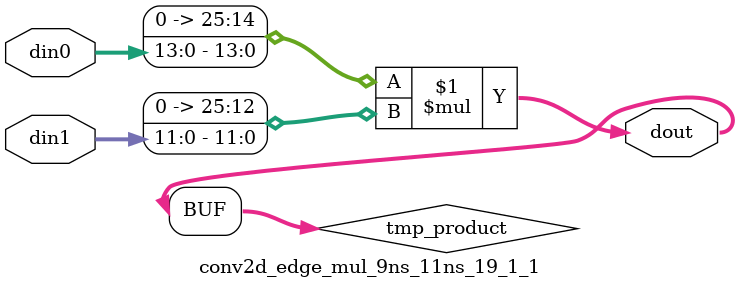
<source format=v>

`timescale 1 ns / 1 ps

 module conv2d_edge_mul_9ns_11ns_19_1_1(din0, din1, dout);
parameter ID = 1;
parameter NUM_STAGE = 0;
parameter din0_WIDTH = 14;
parameter din1_WIDTH = 12;
parameter dout_WIDTH = 26;

input [din0_WIDTH - 1 : 0] din0; 
input [din1_WIDTH - 1 : 0] din1; 
output [dout_WIDTH - 1 : 0] dout;

wire signed [dout_WIDTH - 1 : 0] tmp_product;
























assign tmp_product = $signed({1'b0, din0}) * $signed({1'b0, din1});











assign dout = tmp_product;





















endmodule

</source>
